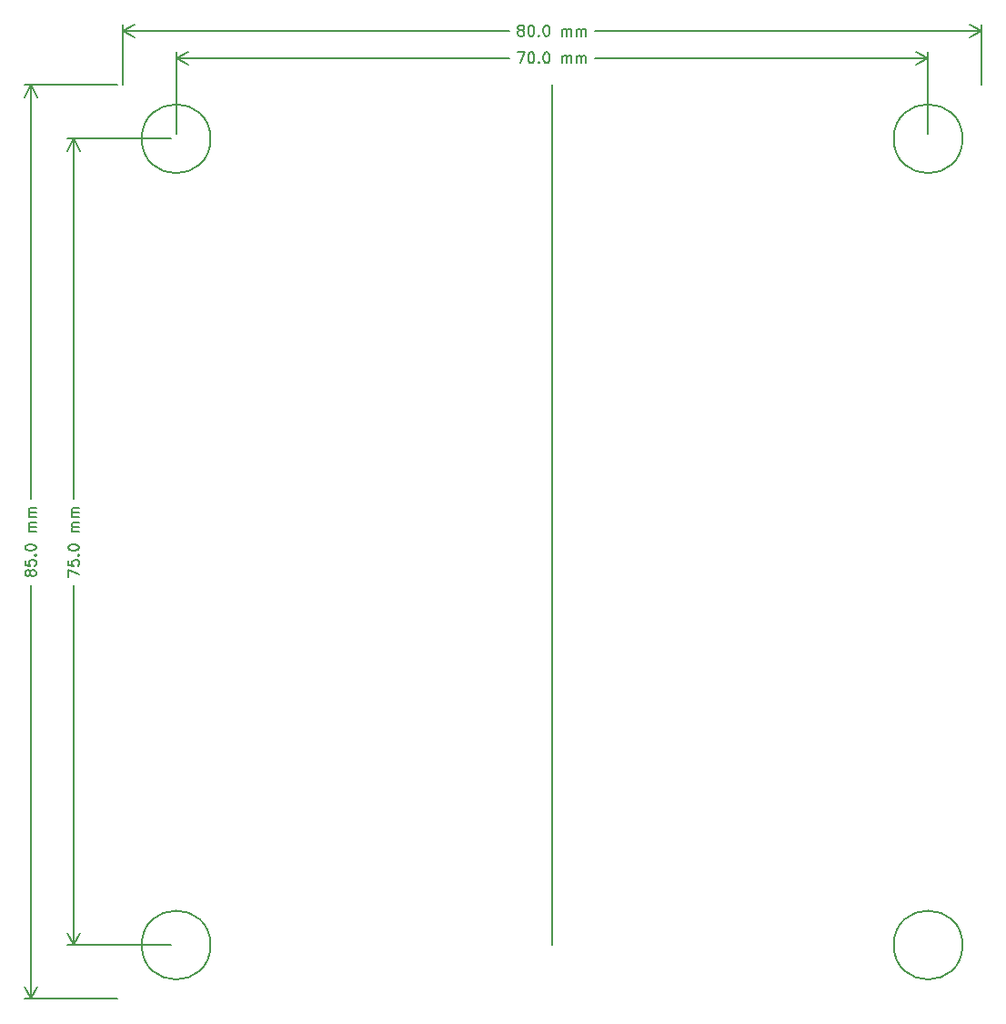
<source format=gbr>
%TF.GenerationSoftware,KiCad,Pcbnew,7.0.9-7.0.9~ubuntu22.04.1*%
%TF.CreationDate,2023-12-11T07:49:41+01:00*%
%TF.ProjectId,RobotMotorController,526f626f-744d-46f7-946f-72436f6e7472,rev?*%
%TF.SameCoordinates,Original*%
%TF.FileFunction,Other,Comment*%
%FSLAX46Y46*%
G04 Gerber Fmt 4.6, Leading zero omitted, Abs format (unit mm)*
G04 Created by KiCad (PCBNEW 7.0.9-7.0.9~ubuntu22.04.1) date 2023-12-11 07:49:41*
%MOMM*%
%LPD*%
G01*
G04 APERTURE LIST*
%ADD10C,0.150000*%
G04 APERTURE END LIST*
D10*
X0Y80000000D02*
X0Y0D01*
X-45045181Y34261906D02*
X-45045181Y34928572D01*
X-45045181Y34928572D02*
X-44045181Y34500001D01*
X-45045181Y35785715D02*
X-45045181Y35309525D01*
X-45045181Y35309525D02*
X-44568991Y35261906D01*
X-44568991Y35261906D02*
X-44616610Y35309525D01*
X-44616610Y35309525D02*
X-44664229Y35404763D01*
X-44664229Y35404763D02*
X-44664229Y35642858D01*
X-44664229Y35642858D02*
X-44616610Y35738096D01*
X-44616610Y35738096D02*
X-44568991Y35785715D01*
X-44568991Y35785715D02*
X-44473753Y35833334D01*
X-44473753Y35833334D02*
X-44235658Y35833334D01*
X-44235658Y35833334D02*
X-44140420Y35785715D01*
X-44140420Y35785715D02*
X-44092800Y35738096D01*
X-44092800Y35738096D02*
X-44045181Y35642858D01*
X-44045181Y35642858D02*
X-44045181Y35404763D01*
X-44045181Y35404763D02*
X-44092800Y35309525D01*
X-44092800Y35309525D02*
X-44140420Y35261906D01*
X-44140420Y36261906D02*
X-44092800Y36309525D01*
X-44092800Y36309525D02*
X-44045181Y36261906D01*
X-44045181Y36261906D02*
X-44092800Y36214287D01*
X-44092800Y36214287D02*
X-44140420Y36261906D01*
X-44140420Y36261906D02*
X-44045181Y36261906D01*
X-45045181Y36928572D02*
X-45045181Y37023810D01*
X-45045181Y37023810D02*
X-44997562Y37119048D01*
X-44997562Y37119048D02*
X-44949943Y37166667D01*
X-44949943Y37166667D02*
X-44854705Y37214286D01*
X-44854705Y37214286D02*
X-44664229Y37261905D01*
X-44664229Y37261905D02*
X-44426134Y37261905D01*
X-44426134Y37261905D02*
X-44235658Y37214286D01*
X-44235658Y37214286D02*
X-44140420Y37166667D01*
X-44140420Y37166667D02*
X-44092800Y37119048D01*
X-44092800Y37119048D02*
X-44045181Y37023810D01*
X-44045181Y37023810D02*
X-44045181Y36928572D01*
X-44045181Y36928572D02*
X-44092800Y36833334D01*
X-44092800Y36833334D02*
X-44140420Y36785715D01*
X-44140420Y36785715D02*
X-44235658Y36738096D01*
X-44235658Y36738096D02*
X-44426134Y36690477D01*
X-44426134Y36690477D02*
X-44664229Y36690477D01*
X-44664229Y36690477D02*
X-44854705Y36738096D01*
X-44854705Y36738096D02*
X-44949943Y36785715D01*
X-44949943Y36785715D02*
X-44997562Y36833334D01*
X-44997562Y36833334D02*
X-45045181Y36928572D01*
X-44045181Y38452382D02*
X-44711848Y38452382D01*
X-44616610Y38452382D02*
X-44664229Y38500001D01*
X-44664229Y38500001D02*
X-44711848Y38595239D01*
X-44711848Y38595239D02*
X-44711848Y38738096D01*
X-44711848Y38738096D02*
X-44664229Y38833334D01*
X-44664229Y38833334D02*
X-44568991Y38880953D01*
X-44568991Y38880953D02*
X-44045181Y38880953D01*
X-44568991Y38880953D02*
X-44664229Y38928572D01*
X-44664229Y38928572D02*
X-44711848Y39023810D01*
X-44711848Y39023810D02*
X-44711848Y39166667D01*
X-44711848Y39166667D02*
X-44664229Y39261906D01*
X-44664229Y39261906D02*
X-44568991Y39309525D01*
X-44568991Y39309525D02*
X-44045181Y39309525D01*
X-44045181Y39785715D02*
X-44711848Y39785715D01*
X-44616610Y39785715D02*
X-44664229Y39833334D01*
X-44664229Y39833334D02*
X-44711848Y39928572D01*
X-44711848Y39928572D02*
X-44711848Y40071429D01*
X-44711848Y40071429D02*
X-44664229Y40166667D01*
X-44664229Y40166667D02*
X-44568991Y40214286D01*
X-44568991Y40214286D02*
X-44045181Y40214286D01*
X-44568991Y40214286D02*
X-44664229Y40261905D01*
X-44664229Y40261905D02*
X-44711848Y40357143D01*
X-44711848Y40357143D02*
X-44711848Y40500000D01*
X-44711848Y40500000D02*
X-44664229Y40595239D01*
X-44664229Y40595239D02*
X-44568991Y40642858D01*
X-44568991Y40642858D02*
X-44045181Y40642858D01*
X-35500000Y0D02*
X-45086420Y0D01*
X-35500000Y75000000D02*
X-45086420Y75000000D01*
X-44500000Y0D02*
X-44500000Y33494048D01*
X-44500000Y41505952D02*
X-44500000Y75000000D01*
X-44500000Y0D02*
X-45086421Y1126504D01*
X-44500000Y0D02*
X-43913579Y1126504D01*
X-44500000Y75000000D02*
X-43913579Y73873496D01*
X-44500000Y75000000D02*
X-45086421Y73873496D01*
X-48616610Y34500001D02*
X-48664229Y34404763D01*
X-48664229Y34404763D02*
X-48711848Y34357144D01*
X-48711848Y34357144D02*
X-48807086Y34309525D01*
X-48807086Y34309525D02*
X-48854705Y34309525D01*
X-48854705Y34309525D02*
X-48949943Y34357144D01*
X-48949943Y34357144D02*
X-48997562Y34404763D01*
X-48997562Y34404763D02*
X-49045181Y34500001D01*
X-49045181Y34500001D02*
X-49045181Y34690477D01*
X-49045181Y34690477D02*
X-48997562Y34785715D01*
X-48997562Y34785715D02*
X-48949943Y34833334D01*
X-48949943Y34833334D02*
X-48854705Y34880953D01*
X-48854705Y34880953D02*
X-48807086Y34880953D01*
X-48807086Y34880953D02*
X-48711848Y34833334D01*
X-48711848Y34833334D02*
X-48664229Y34785715D01*
X-48664229Y34785715D02*
X-48616610Y34690477D01*
X-48616610Y34690477D02*
X-48616610Y34500001D01*
X-48616610Y34500001D02*
X-48568991Y34404763D01*
X-48568991Y34404763D02*
X-48521372Y34357144D01*
X-48521372Y34357144D02*
X-48426134Y34309525D01*
X-48426134Y34309525D02*
X-48235658Y34309525D01*
X-48235658Y34309525D02*
X-48140420Y34357144D01*
X-48140420Y34357144D02*
X-48092800Y34404763D01*
X-48092800Y34404763D02*
X-48045181Y34500001D01*
X-48045181Y34500001D02*
X-48045181Y34690477D01*
X-48045181Y34690477D02*
X-48092800Y34785715D01*
X-48092800Y34785715D02*
X-48140420Y34833334D01*
X-48140420Y34833334D02*
X-48235658Y34880953D01*
X-48235658Y34880953D02*
X-48426134Y34880953D01*
X-48426134Y34880953D02*
X-48521372Y34833334D01*
X-48521372Y34833334D02*
X-48568991Y34785715D01*
X-48568991Y34785715D02*
X-48616610Y34690477D01*
X-49045181Y35785715D02*
X-49045181Y35309525D01*
X-49045181Y35309525D02*
X-48568991Y35261906D01*
X-48568991Y35261906D02*
X-48616610Y35309525D01*
X-48616610Y35309525D02*
X-48664229Y35404763D01*
X-48664229Y35404763D02*
X-48664229Y35642858D01*
X-48664229Y35642858D02*
X-48616610Y35738096D01*
X-48616610Y35738096D02*
X-48568991Y35785715D01*
X-48568991Y35785715D02*
X-48473753Y35833334D01*
X-48473753Y35833334D02*
X-48235658Y35833334D01*
X-48235658Y35833334D02*
X-48140420Y35785715D01*
X-48140420Y35785715D02*
X-48092800Y35738096D01*
X-48092800Y35738096D02*
X-48045181Y35642858D01*
X-48045181Y35642858D02*
X-48045181Y35404763D01*
X-48045181Y35404763D02*
X-48092800Y35309525D01*
X-48092800Y35309525D02*
X-48140420Y35261906D01*
X-48140420Y36261906D02*
X-48092800Y36309525D01*
X-48092800Y36309525D02*
X-48045181Y36261906D01*
X-48045181Y36261906D02*
X-48092800Y36214287D01*
X-48092800Y36214287D02*
X-48140420Y36261906D01*
X-48140420Y36261906D02*
X-48045181Y36261906D01*
X-49045181Y36928572D02*
X-49045181Y37023810D01*
X-49045181Y37023810D02*
X-48997562Y37119048D01*
X-48997562Y37119048D02*
X-48949943Y37166667D01*
X-48949943Y37166667D02*
X-48854705Y37214286D01*
X-48854705Y37214286D02*
X-48664229Y37261905D01*
X-48664229Y37261905D02*
X-48426134Y37261905D01*
X-48426134Y37261905D02*
X-48235658Y37214286D01*
X-48235658Y37214286D02*
X-48140420Y37166667D01*
X-48140420Y37166667D02*
X-48092800Y37119048D01*
X-48092800Y37119048D02*
X-48045181Y37023810D01*
X-48045181Y37023810D02*
X-48045181Y36928572D01*
X-48045181Y36928572D02*
X-48092800Y36833334D01*
X-48092800Y36833334D02*
X-48140420Y36785715D01*
X-48140420Y36785715D02*
X-48235658Y36738096D01*
X-48235658Y36738096D02*
X-48426134Y36690477D01*
X-48426134Y36690477D02*
X-48664229Y36690477D01*
X-48664229Y36690477D02*
X-48854705Y36738096D01*
X-48854705Y36738096D02*
X-48949943Y36785715D01*
X-48949943Y36785715D02*
X-48997562Y36833334D01*
X-48997562Y36833334D02*
X-49045181Y36928572D01*
X-48045181Y38452382D02*
X-48711848Y38452382D01*
X-48616610Y38452382D02*
X-48664229Y38500001D01*
X-48664229Y38500001D02*
X-48711848Y38595239D01*
X-48711848Y38595239D02*
X-48711848Y38738096D01*
X-48711848Y38738096D02*
X-48664229Y38833334D01*
X-48664229Y38833334D02*
X-48568991Y38880953D01*
X-48568991Y38880953D02*
X-48045181Y38880953D01*
X-48568991Y38880953D02*
X-48664229Y38928572D01*
X-48664229Y38928572D02*
X-48711848Y39023810D01*
X-48711848Y39023810D02*
X-48711848Y39166667D01*
X-48711848Y39166667D02*
X-48664229Y39261906D01*
X-48664229Y39261906D02*
X-48568991Y39309525D01*
X-48568991Y39309525D02*
X-48045181Y39309525D01*
X-48045181Y39785715D02*
X-48711848Y39785715D01*
X-48616610Y39785715D02*
X-48664229Y39833334D01*
X-48664229Y39833334D02*
X-48711848Y39928572D01*
X-48711848Y39928572D02*
X-48711848Y40071429D01*
X-48711848Y40071429D02*
X-48664229Y40166667D01*
X-48664229Y40166667D02*
X-48568991Y40214286D01*
X-48568991Y40214286D02*
X-48045181Y40214286D01*
X-48568991Y40214286D02*
X-48664229Y40261905D01*
X-48664229Y40261905D02*
X-48711848Y40357143D01*
X-48711848Y40357143D02*
X-48711848Y40500000D01*
X-48711848Y40500000D02*
X-48664229Y40595239D01*
X-48664229Y40595239D02*
X-48568991Y40642858D01*
X-48568991Y40642858D02*
X-48045181Y40642858D01*
X-40500000Y80000000D02*
X-49086420Y80000000D01*
X-40500000Y-5000000D02*
X-49086420Y-5000000D01*
X-48500000Y80000000D02*
X-48500000Y41505952D01*
X-48500000Y33494048D02*
X-48500000Y-5000000D01*
X-48500000Y80000000D02*
X-47913579Y78873496D01*
X-48500000Y80000000D02*
X-49086421Y78873496D01*
X-48500000Y-5000000D02*
X-49086421Y-3873496D01*
X-48500000Y-5000000D02*
X-47913579Y-3873496D01*
X-3238095Y83045181D02*
X-2571429Y83045181D01*
X-2571429Y83045181D02*
X-3000000Y82045181D01*
X-2000000Y83045181D02*
X-1904762Y83045181D01*
X-1904762Y83045181D02*
X-1809524Y82997562D01*
X-1809524Y82997562D02*
X-1761905Y82949943D01*
X-1761905Y82949943D02*
X-1714286Y82854705D01*
X-1714286Y82854705D02*
X-1666667Y82664229D01*
X-1666667Y82664229D02*
X-1666667Y82426134D01*
X-1666667Y82426134D02*
X-1714286Y82235658D01*
X-1714286Y82235658D02*
X-1761905Y82140420D01*
X-1761905Y82140420D02*
X-1809524Y82092800D01*
X-1809524Y82092800D02*
X-1904762Y82045181D01*
X-1904762Y82045181D02*
X-2000000Y82045181D01*
X-2000000Y82045181D02*
X-2095238Y82092800D01*
X-2095238Y82092800D02*
X-2142857Y82140420D01*
X-2142857Y82140420D02*
X-2190476Y82235658D01*
X-2190476Y82235658D02*
X-2238095Y82426134D01*
X-2238095Y82426134D02*
X-2238095Y82664229D01*
X-2238095Y82664229D02*
X-2190476Y82854705D01*
X-2190476Y82854705D02*
X-2142857Y82949943D01*
X-2142857Y82949943D02*
X-2095238Y82997562D01*
X-2095238Y82997562D02*
X-2000000Y83045181D01*
X-1238095Y82140420D02*
X-1190476Y82092800D01*
X-1190476Y82092800D02*
X-1238095Y82045181D01*
X-1238095Y82045181D02*
X-1285714Y82092800D01*
X-1285714Y82092800D02*
X-1238095Y82140420D01*
X-1238095Y82140420D02*
X-1238095Y82045181D01*
X-571429Y83045181D02*
X-476191Y83045181D01*
X-476191Y83045181D02*
X-380953Y82997562D01*
X-380953Y82997562D02*
X-333334Y82949943D01*
X-333334Y82949943D02*
X-285715Y82854705D01*
X-285715Y82854705D02*
X-238096Y82664229D01*
X-238096Y82664229D02*
X-238096Y82426134D01*
X-238096Y82426134D02*
X-285715Y82235658D01*
X-285715Y82235658D02*
X-333334Y82140420D01*
X-333334Y82140420D02*
X-380953Y82092800D01*
X-380953Y82092800D02*
X-476191Y82045181D01*
X-476191Y82045181D02*
X-571429Y82045181D01*
X-571429Y82045181D02*
X-666667Y82092800D01*
X-666667Y82092800D02*
X-714286Y82140420D01*
X-714286Y82140420D02*
X-761905Y82235658D01*
X-761905Y82235658D02*
X-809524Y82426134D01*
X-809524Y82426134D02*
X-809524Y82664229D01*
X-809524Y82664229D02*
X-761905Y82854705D01*
X-761905Y82854705D02*
X-714286Y82949943D01*
X-714286Y82949943D02*
X-666667Y82997562D01*
X-666667Y82997562D02*
X-571429Y83045181D01*
X952381Y82045181D02*
X952381Y82711848D01*
X952381Y82616610D02*
X1000000Y82664229D01*
X1000000Y82664229D02*
X1095238Y82711848D01*
X1095238Y82711848D02*
X1238095Y82711848D01*
X1238095Y82711848D02*
X1333333Y82664229D01*
X1333333Y82664229D02*
X1380952Y82568991D01*
X1380952Y82568991D02*
X1380952Y82045181D01*
X1380952Y82568991D02*
X1428571Y82664229D01*
X1428571Y82664229D02*
X1523809Y82711848D01*
X1523809Y82711848D02*
X1666666Y82711848D01*
X1666666Y82711848D02*
X1761905Y82664229D01*
X1761905Y82664229D02*
X1809524Y82568991D01*
X1809524Y82568991D02*
X1809524Y82045181D01*
X2285714Y82045181D02*
X2285714Y82711848D01*
X2285714Y82616610D02*
X2333333Y82664229D01*
X2333333Y82664229D02*
X2428571Y82711848D01*
X2428571Y82711848D02*
X2571428Y82711848D01*
X2571428Y82711848D02*
X2666666Y82664229D01*
X2666666Y82664229D02*
X2714285Y82568991D01*
X2714285Y82568991D02*
X2714285Y82045181D01*
X2714285Y82568991D02*
X2761904Y82664229D01*
X2761904Y82664229D02*
X2857142Y82711848D01*
X2857142Y82711848D02*
X2999999Y82711848D01*
X2999999Y82711848D02*
X3095238Y82664229D01*
X3095238Y82664229D02*
X3142857Y82568991D01*
X3142857Y82568991D02*
X3142857Y82045181D01*
X-35000000Y75500000D02*
X-35000000Y83086420D01*
X35000000Y75500000D02*
X35000000Y83086420D01*
X-35000000Y82500000D02*
X-4005952Y82500000D01*
X4005952Y82500000D02*
X35000000Y82500000D01*
X-35000000Y82500000D02*
X-33873496Y83086421D01*
X-35000000Y82500000D02*
X-33873496Y81913579D01*
X35000000Y82500000D02*
X33873496Y81913579D01*
X35000000Y82500000D02*
X33873496Y83086421D01*
X-3000000Y85116610D02*
X-3095238Y85164229D01*
X-3095238Y85164229D02*
X-3142857Y85211848D01*
X-3142857Y85211848D02*
X-3190476Y85307086D01*
X-3190476Y85307086D02*
X-3190476Y85354705D01*
X-3190476Y85354705D02*
X-3142857Y85449943D01*
X-3142857Y85449943D02*
X-3095238Y85497562D01*
X-3095238Y85497562D02*
X-3000000Y85545181D01*
X-3000000Y85545181D02*
X-2809524Y85545181D01*
X-2809524Y85545181D02*
X-2714286Y85497562D01*
X-2714286Y85497562D02*
X-2666667Y85449943D01*
X-2666667Y85449943D02*
X-2619048Y85354705D01*
X-2619048Y85354705D02*
X-2619048Y85307086D01*
X-2619048Y85307086D02*
X-2666667Y85211848D01*
X-2666667Y85211848D02*
X-2714286Y85164229D01*
X-2714286Y85164229D02*
X-2809524Y85116610D01*
X-2809524Y85116610D02*
X-3000000Y85116610D01*
X-3000000Y85116610D02*
X-3095238Y85068991D01*
X-3095238Y85068991D02*
X-3142857Y85021372D01*
X-3142857Y85021372D02*
X-3190476Y84926134D01*
X-3190476Y84926134D02*
X-3190476Y84735658D01*
X-3190476Y84735658D02*
X-3142857Y84640420D01*
X-3142857Y84640420D02*
X-3095238Y84592800D01*
X-3095238Y84592800D02*
X-3000000Y84545181D01*
X-3000000Y84545181D02*
X-2809524Y84545181D01*
X-2809524Y84545181D02*
X-2714286Y84592800D01*
X-2714286Y84592800D02*
X-2666667Y84640420D01*
X-2666667Y84640420D02*
X-2619048Y84735658D01*
X-2619048Y84735658D02*
X-2619048Y84926134D01*
X-2619048Y84926134D02*
X-2666667Y85021372D01*
X-2666667Y85021372D02*
X-2714286Y85068991D01*
X-2714286Y85068991D02*
X-2809524Y85116610D01*
X-2000000Y85545181D02*
X-1904762Y85545181D01*
X-1904762Y85545181D02*
X-1809524Y85497562D01*
X-1809524Y85497562D02*
X-1761905Y85449943D01*
X-1761905Y85449943D02*
X-1714286Y85354705D01*
X-1714286Y85354705D02*
X-1666667Y85164229D01*
X-1666667Y85164229D02*
X-1666667Y84926134D01*
X-1666667Y84926134D02*
X-1714286Y84735658D01*
X-1714286Y84735658D02*
X-1761905Y84640420D01*
X-1761905Y84640420D02*
X-1809524Y84592800D01*
X-1809524Y84592800D02*
X-1904762Y84545181D01*
X-1904762Y84545181D02*
X-2000000Y84545181D01*
X-2000000Y84545181D02*
X-2095238Y84592800D01*
X-2095238Y84592800D02*
X-2142857Y84640420D01*
X-2142857Y84640420D02*
X-2190476Y84735658D01*
X-2190476Y84735658D02*
X-2238095Y84926134D01*
X-2238095Y84926134D02*
X-2238095Y85164229D01*
X-2238095Y85164229D02*
X-2190476Y85354705D01*
X-2190476Y85354705D02*
X-2142857Y85449943D01*
X-2142857Y85449943D02*
X-2095238Y85497562D01*
X-2095238Y85497562D02*
X-2000000Y85545181D01*
X-1238095Y84640420D02*
X-1190476Y84592800D01*
X-1190476Y84592800D02*
X-1238095Y84545181D01*
X-1238095Y84545181D02*
X-1285714Y84592800D01*
X-1285714Y84592800D02*
X-1238095Y84640420D01*
X-1238095Y84640420D02*
X-1238095Y84545181D01*
X-571429Y85545181D02*
X-476191Y85545181D01*
X-476191Y85545181D02*
X-380953Y85497562D01*
X-380953Y85497562D02*
X-333334Y85449943D01*
X-333334Y85449943D02*
X-285715Y85354705D01*
X-285715Y85354705D02*
X-238096Y85164229D01*
X-238096Y85164229D02*
X-238096Y84926134D01*
X-238096Y84926134D02*
X-285715Y84735658D01*
X-285715Y84735658D02*
X-333334Y84640420D01*
X-333334Y84640420D02*
X-380953Y84592800D01*
X-380953Y84592800D02*
X-476191Y84545181D01*
X-476191Y84545181D02*
X-571429Y84545181D01*
X-571429Y84545181D02*
X-666667Y84592800D01*
X-666667Y84592800D02*
X-714286Y84640420D01*
X-714286Y84640420D02*
X-761905Y84735658D01*
X-761905Y84735658D02*
X-809524Y84926134D01*
X-809524Y84926134D02*
X-809524Y85164229D01*
X-809524Y85164229D02*
X-761905Y85354705D01*
X-761905Y85354705D02*
X-714286Y85449943D01*
X-714286Y85449943D02*
X-666667Y85497562D01*
X-666667Y85497562D02*
X-571429Y85545181D01*
X952381Y84545181D02*
X952381Y85211848D01*
X952381Y85116610D02*
X1000000Y85164229D01*
X1000000Y85164229D02*
X1095238Y85211848D01*
X1095238Y85211848D02*
X1238095Y85211848D01*
X1238095Y85211848D02*
X1333333Y85164229D01*
X1333333Y85164229D02*
X1380952Y85068991D01*
X1380952Y85068991D02*
X1380952Y84545181D01*
X1380952Y85068991D02*
X1428571Y85164229D01*
X1428571Y85164229D02*
X1523809Y85211848D01*
X1523809Y85211848D02*
X1666666Y85211848D01*
X1666666Y85211848D02*
X1761905Y85164229D01*
X1761905Y85164229D02*
X1809524Y85068991D01*
X1809524Y85068991D02*
X1809524Y84545181D01*
X2285714Y84545181D02*
X2285714Y85211848D01*
X2285714Y85116610D02*
X2333333Y85164229D01*
X2333333Y85164229D02*
X2428571Y85211848D01*
X2428571Y85211848D02*
X2571428Y85211848D01*
X2571428Y85211848D02*
X2666666Y85164229D01*
X2666666Y85164229D02*
X2714285Y85068991D01*
X2714285Y85068991D02*
X2714285Y84545181D01*
X2714285Y85068991D02*
X2761904Y85164229D01*
X2761904Y85164229D02*
X2857142Y85211848D01*
X2857142Y85211848D02*
X2999999Y85211848D01*
X2999999Y85211848D02*
X3095238Y85164229D01*
X3095238Y85164229D02*
X3142857Y85068991D01*
X3142857Y85068991D02*
X3142857Y84545181D01*
X-40000000Y80000000D02*
X-40000000Y85586420D01*
X40000000Y80000000D02*
X40000000Y85586420D01*
X-40000000Y85000000D02*
X-4005952Y85000000D01*
X4005952Y85000000D02*
X40000000Y85000000D01*
X-40000000Y85000000D02*
X-38873496Y85586421D01*
X-40000000Y85000000D02*
X-38873496Y84413579D01*
X40000000Y85000000D02*
X38873496Y84413579D01*
X40000000Y85000000D02*
X38873496Y85586421D01*
%TO.C,H1*%
X38200000Y75000000D02*
G75*
G03*
X38200000Y75000000I-3200000J0D01*
G01*
%TO.C,H3*%
X38200000Y0D02*
G75*
G03*
X38200000Y0I-3200000J0D01*
G01*
%TO.C,H2*%
X-31800000Y75000000D02*
G75*
G03*
X-31800000Y75000000I-3200000J0D01*
G01*
%TO.C,H4*%
X-31800000Y0D02*
G75*
G03*
X-31800000Y0I-3200000J0D01*
G01*
%TD*%
M02*

</source>
